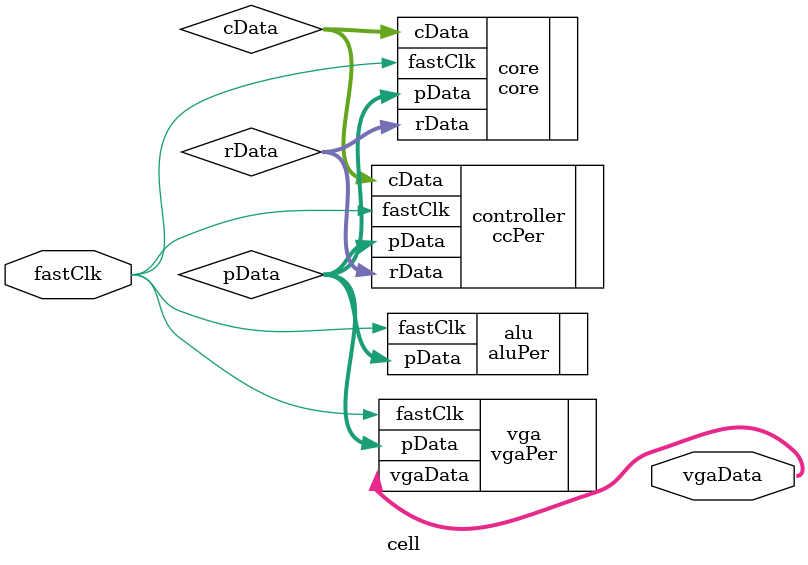
<source format=v>
`timescale 1ns / 1ps

module cell(fastClk, vgaData);
input fastClk;
output [9:0] vgaData;
wire [22:0] pData;
wire [17:0] cData;
wire [14:0] rData;

ccPer controller(.fastClk(fastClk), .pData(pData), .cData(cData), .rData(rData));
core core(.fastClk(fastClk), .pData(pData), .cData(cData), .rData(rData));
aluPer alu(.fastClk(fastClk), .pData(pData));
vgaPer vga(.fastClk(fastClk), .pData(pData), .vgaData(vgaData));

endmodule

</source>
